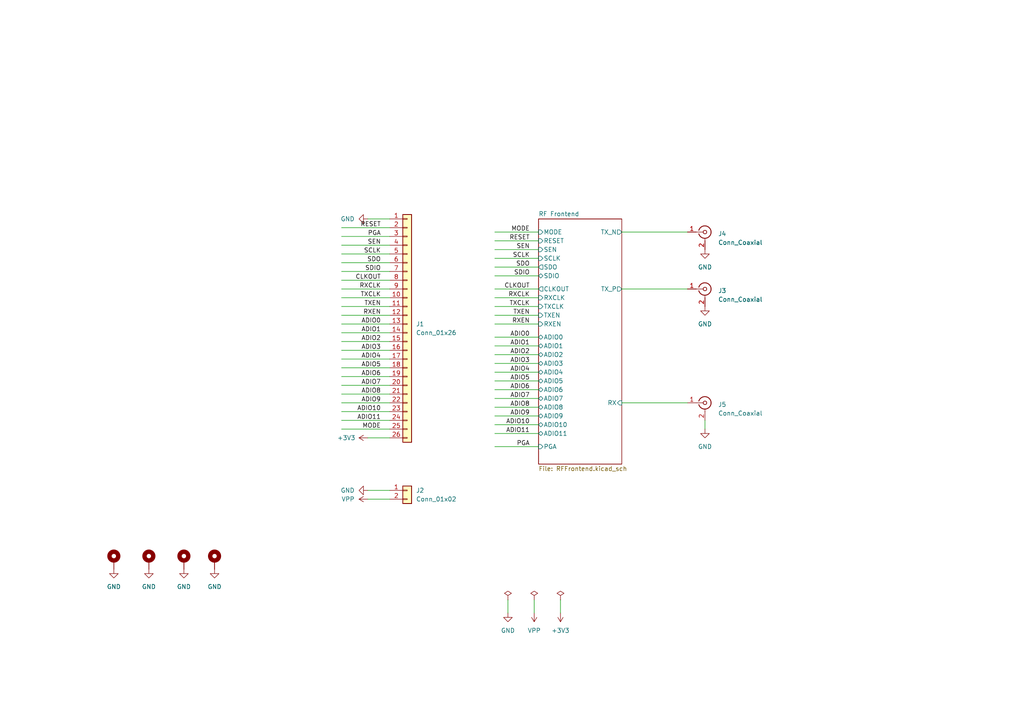
<source format=kicad_sch>
(kicad_sch (version 20210621) (generator eeschema)
  (paper "A4")
  (title_block (title "TRX Brass") (date "2021-09-02") (rev "1.0") (company "R1CBU") (comment 1 "Based on Hermes-Lite"))
  (lib_symbols
    (symbol "Connector:Conn_Coaxial" (pin_names (offset 1.016) hide)
      (property "Reference" "J" (at 0.254 3.048 0))
      (property "Value" "Conn_Coaxial" (at 2.921 0 90))
      (symbol "Conn_Coaxial_0_1"
        (arc (start -1.778 0.508) (end 1.778 0) (radius (at -0.0508 0) (length 1.8034) (angles 163.6 0)) (stroke (width 0.254)))
        (arc (start 1.778 0) (end -1.778 -0.508) (radius (at -0.0254 0) (length 1.8034) (angles 0 -163.8)) (stroke (width 0.254)))
        (circle (center 0 0) (radius 0.508) (stroke (width 0.2032)))
        (polyline (pts (xy -2.54 0) (xy -0.508 0)))
        (polyline (pts (xy 0 -2.54) (xy 0 -1.778)))
      )
      (symbol "Conn_Coaxial_1_1"
        (pin passive line (at -5.08 0 0) (length 2.54) (name "In") (number "1"))
        (pin passive line (at 0 -5.08 90) (length 2.54) (name "Ext") (number "2"))
      )
    )
    (symbol "Connector_Generic:Conn_01x02" (pin_names (offset 1.016) hide)
      (property "Reference" "J" (at 0 2.54 0))
      (property "Value" "Conn_01x02" (at 0 -5.08 0))
      (symbol "Conn_01x02_1_1"
        (rectangle (start -1.27 -2.413) (end 0 -2.667) (stroke (width 0.1524)))
        (rectangle (start -1.27 0.127) (end 0 -0.127) (stroke (width 0.1524)))
        (rectangle (start -1.27 1.27) (end 1.27 -3.81) (stroke (width 0.254)) (fill (type background)))
        (pin passive line (at -5.08 0 0) (length 3.81) (name "Pin_1") (number "1"))
        (pin passive line (at -5.08 -2.54 0) (length 3.81) (name "Pin_2") (number "2"))
      )
    )
    (symbol "Connector_Generic:Conn_01x26" (pin_names (offset 1.016) hide)
      (property "Reference" "J" (at 0 33.02 0))
      (property "Value" "Conn_01x26" (at 0 -35.56 0))
      (symbol "Conn_01x26_1_1"
        (rectangle (start -1.27 -32.893) (end 0 -33.147) (stroke (width 0.1524)))
        (rectangle (start -1.27 -30.353) (end 0 -30.607) (stroke (width 0.1524)))
        (rectangle (start -1.27 -27.813) (end 0 -28.067) (stroke (width 0.1524)))
        (rectangle (start -1.27 -25.273) (end 0 -25.527) (stroke (width 0.1524)))
        (rectangle (start -1.27 -22.733) (end 0 -22.987) (stroke (width 0.1524)))
        (rectangle (start -1.27 -20.193) (end 0 -20.447) (stroke (width 0.1524)))
        (rectangle (start -1.27 -17.653) (end 0 -17.907) (stroke (width 0.1524)))
        (rectangle (start -1.27 -15.113) (end 0 -15.367) (stroke (width 0.1524)))
        (rectangle (start -1.27 -12.573) (end 0 -12.827) (stroke (width 0.1524)))
        (rectangle (start -1.27 -10.033) (end 0 -10.287) (stroke (width 0.1524)))
        (rectangle (start -1.27 -7.493) (end 0 -7.747) (stroke (width 0.1524)))
        (rectangle (start -1.27 -4.953) (end 0 -5.207) (stroke (width 0.1524)))
        (rectangle (start -1.27 -2.413) (end 0 -2.667) (stroke (width 0.1524)))
        (rectangle (start -1.27 0.127) (end 0 -0.127) (stroke (width 0.1524)))
        (rectangle (start -1.27 2.667) (end 0 2.413) (stroke (width 0.1524)))
        (rectangle (start -1.27 5.207) (end 0 4.953) (stroke (width 0.1524)))
        (rectangle (start -1.27 7.747) (end 0 7.493) (stroke (width 0.1524)))
        (rectangle (start -1.27 10.287) (end 0 10.033) (stroke (width 0.1524)))
        (rectangle (start -1.27 12.827) (end 0 12.573) (stroke (width 0.1524)))
        (rectangle (start -1.27 15.367) (end 0 15.113) (stroke (width 0.1524)))
        (rectangle (start -1.27 17.907) (end 0 17.653) (stroke (width 0.1524)))
        (rectangle (start -1.27 20.447) (end 0 20.193) (stroke (width 0.1524)))
        (rectangle (start -1.27 22.987) (end 0 22.733) (stroke (width 0.1524)))
        (rectangle (start -1.27 25.527) (end 0 25.273) (stroke (width 0.1524)))
        (rectangle (start -1.27 28.067) (end 0 27.813) (stroke (width 0.1524)))
        (rectangle (start -1.27 30.607) (end 0 30.353) (stroke (width 0.1524)))
        (rectangle (start -1.27 31.75) (end 1.27 -34.29) (stroke (width 0.254)) (fill (type background)))
        (pin passive line (at -5.08 30.48 0) (length 3.81) (name "Pin_1") (number "1"))
        (pin passive line (at -5.08 7.62 0) (length 3.81) (name "Pin_10") (number "10"))
        (pin passive line (at -5.08 5.08 0) (length 3.81) (name "Pin_11") (number "11"))
        (pin passive line (at -5.08 2.54 0) (length 3.81) (name "Pin_12") (number "12"))
        (pin passive line (at -5.08 0 0) (length 3.81) (name "Pin_13") (number "13"))
        (pin passive line (at -5.08 -2.54 0) (length 3.81) (name "Pin_14") (number "14"))
        (pin passive line (at -5.08 -5.08 0) (length 3.81) (name "Pin_15") (number "15"))
        (pin passive line (at -5.08 -7.62 0) (length 3.81) (name "Pin_16") (number "16"))
        (pin passive line (at -5.08 -10.16 0) (length 3.81) (name "Pin_17") (number "17"))
        (pin passive line (at -5.08 -12.7 0) (length 3.81) (name "Pin_18") (number "18"))
        (pin passive line (at -5.08 -15.24 0) (length 3.81) (name "Pin_19") (number "19"))
        (pin passive line (at -5.08 27.94 0) (length 3.81) (name "Pin_2") (number "2"))
        (pin passive line (at -5.08 -17.78 0) (length 3.81) (name "Pin_20") (number "20"))
        (pin passive line (at -5.08 -20.32 0) (length 3.81) (name "Pin_21") (number "21"))
        (pin passive line (at -5.08 -22.86 0) (length 3.81) (name "Pin_22") (number "22"))
        (pin passive line (at -5.08 -25.4 0) (length 3.81) (name "Pin_23") (number "23"))
        (pin passive line (at -5.08 -27.94 0) (length 3.81) (name "Pin_24") (number "24"))
        (pin passive line (at -5.08 -30.48 0) (length 3.81) (name "Pin_25") (number "25"))
        (pin passive line (at -5.08 -33.02 0) (length 3.81) (name "Pin_26") (number "26"))
        (pin passive line (at -5.08 25.4 0) (length 3.81) (name "Pin_3") (number "3"))
        (pin passive line (at -5.08 22.86 0) (length 3.81) (name "Pin_4") (number "4"))
        (pin passive line (at -5.08 20.32 0) (length 3.81) (name "Pin_5") (number "5"))
        (pin passive line (at -5.08 17.78 0) (length 3.81) (name "Pin_6") (number "6"))
        (pin passive line (at -5.08 15.24 0) (length 3.81) (name "Pin_7") (number "7"))
        (pin passive line (at -5.08 12.7 0) (length 3.81) (name "Pin_8") (number "8"))
        (pin passive line (at -5.08 10.16 0) (length 3.81) (name "Pin_9") (number "9"))
      )
    )
    (symbol "Mechanical:MountingHole_Pad" (pin_numbers hide) (pin_names (offset 1.016) hide)
      (property "Reference" "H" (at 0 6.35 0))
      (property "Value" "MountingHole_Pad" (at 0 4.445 0))
      (symbol "MountingHole_Pad_0_1"
        (circle (center 0 1.27) (radius 1.27) (stroke (width 1.27)))
      )
      (symbol "MountingHole_Pad_1_1"
        (pin input line (at 0 -2.54 90) (length 2.54) (name "1") (number "1"))
      )
    )
    (symbol "power:+3V3" (power) (pin_names (offset 0))
      (property "Value" "+3V3" (at 0 3.556 0))
      (symbol "+3V3_0_1"
        (polyline (pts (xy -0.762 1.27) (xy 0 2.54)))
        (polyline (pts (xy 0 0) (xy 0 2.54)))
        (polyline (pts (xy 0 2.54) (xy 0.762 1.27)))
      )
      (symbol "+3V3_1_1"
        (pin power_in line (at 0 0 90) (length 0) hide (name "+3V3") (number "1"))
      )
    )
    (symbol "power:GND" (power) (pin_names (offset 0))
      (property "Value" "GND" (at 0 -3.81 0))
      (symbol "GND_0_1"
        (polyline (pts (xy 0 0) (xy 0 -1.27) (xy 1.27 -1.27) (xy 0 -2.54) (xy -1.27 -1.27) (xy 0 -1.27)))
      )
      (symbol "GND_1_1"
        (pin power_in line (at 0 0 270) (length 0) hide (name "GND") (number "1"))
      )
    )
    (symbol "power:PWR_FLAG" (power) (pin_numbers hide) (pin_names (offset 0) hide)
      (property "Value" "PWR_FLAG" (at 0 3.81 0))
      (symbol "PWR_FLAG_0_0"
        (pin power_out line (at 0 0 90) (length 0) (name "pwr") (number "1"))
      )
      (symbol "PWR_FLAG_0_1"
        (polyline (pts (xy 0 0) (xy 0 1.27) (xy -1.016 1.905) (xy 0 2.54) (xy 1.016 1.905) (xy 0 1.27)))
      )
    )
    (symbol "power:VPP" (power) (pin_names (offset 0))
      (property "Value" "VPP" (at 0 3.81 0))
      (symbol "VPP_0_1"
        (polyline (pts (xy -0.762 1.27) (xy 0 2.54)))
        (polyline (pts (xy 0 0) (xy 0 2.54)))
        (polyline (pts (xy 0 2.54) (xy 0.762 1.27)))
      )
      (symbol "VPP_1_1"
        (pin power_in line (at 0 0 90) (length 0) hide (name "VPP") (number "1"))
      )
    )
  )
  (wire (pts (xy 113.03 63.5) (xy 106.68 63.5)))
  (wire (pts (xy 113.03 66.04) (xy 99.06 66.04)))
  (wire (pts (xy 113.03 68.58) (xy 99.06 68.58)))
  (wire (pts (xy 113.03 71.12) (xy 99.06 71.12)))
  (wire (pts (xy 113.03 73.66) (xy 99.06 73.66)))
  (wire (pts (xy 113.03 76.2) (xy 99.06 76.2)))
  (wire (pts (xy 113.03 78.74) (xy 99.06 78.74)))
  (wire (pts (xy 113.03 81.28) (xy 99.06 81.28)))
  (wire (pts (xy 113.03 83.82) (xy 99.06 83.82)))
  (wire (pts (xy 113.03 86.36) (xy 99.06 86.36)))
  (wire (pts (xy 113.03 88.9) (xy 99.06 88.9)))
  (wire (pts (xy 113.03 91.44) (xy 99.06 91.44)))
  (wire (pts (xy 113.03 93.98) (xy 99.06 93.98)))
  (wire (pts (xy 113.03 96.52) (xy 99.06 96.52)))
  (wire (pts (xy 113.03 99.06) (xy 99.06 99.06)))
  (wire (pts (xy 113.03 101.6) (xy 99.06 101.6)))
  (wire (pts (xy 113.03 104.14) (xy 99.06 104.14)))
  (wire (pts (xy 113.03 106.68) (xy 99.06 106.68)))
  (wire (pts (xy 113.03 109.22) (xy 99.06 109.22)))
  (wire (pts (xy 113.03 111.76) (xy 99.06 111.76)))
  (wire (pts (xy 113.03 114.3) (xy 99.06 114.3)))
  (wire (pts (xy 113.03 116.84) (xy 99.06 116.84)))
  (wire (pts (xy 113.03 119.38) (xy 99.06 119.38)))
  (wire (pts (xy 113.03 121.92) (xy 99.06 121.92)))
  (wire (pts (xy 113.03 124.46) (xy 99.06 124.46)))
  (wire (pts (xy 113.03 127) (xy 106.68 127)))
  (wire (pts (xy 113.03 142.24) (xy 106.68 142.24)))
  (wire (pts (xy 113.03 144.78) (xy 106.68 144.78)))
  (wire (pts (xy 143.51 67.31) (xy 156.21 67.31)))
  (wire (pts (xy 143.51 69.85) (xy 156.21 69.85)))
  (wire (pts (xy 143.51 72.39) (xy 156.21 72.39)))
  (wire (pts (xy 143.51 74.93) (xy 156.21 74.93)))
  (wire (pts (xy 143.51 77.47) (xy 156.21 77.47)))
  (wire (pts (xy 143.51 80.01) (xy 156.21 80.01)))
  (wire (pts (xy 143.51 83.82) (xy 156.21 83.82)))
  (wire (pts (xy 143.51 86.36) (xy 156.21 86.36)))
  (wire (pts (xy 143.51 88.9) (xy 156.21 88.9)))
  (wire (pts (xy 143.51 91.44) (xy 156.21 91.44)))
  (wire (pts (xy 143.51 93.98) (xy 156.21 93.98)))
  (wire (pts (xy 143.51 97.79) (xy 156.21 97.79)))
  (wire (pts (xy 143.51 100.33) (xy 156.21 100.33)))
  (wire (pts (xy 143.51 102.87) (xy 156.21 102.87)))
  (wire (pts (xy 143.51 105.41) (xy 156.21 105.41)))
  (wire (pts (xy 143.51 107.95) (xy 156.21 107.95)))
  (wire (pts (xy 143.51 110.49) (xy 156.21 110.49)))
  (wire (pts (xy 143.51 113.03) (xy 156.21 113.03)))
  (wire (pts (xy 143.51 115.57) (xy 156.21 115.57)))
  (wire (pts (xy 143.51 118.11) (xy 156.21 118.11)))
  (wire (pts (xy 143.51 120.65) (xy 156.21 120.65)))
  (wire (pts (xy 143.51 123.19) (xy 156.21 123.19)))
  (wire (pts (xy 143.51 125.73) (xy 156.21 125.73)))
  (wire (pts (xy 143.51 129.54) (xy 156.21 129.54)))
  (wire (pts (xy 147.32 173.99) (xy 147.32 177.8)))
  (wire (pts (xy 154.94 173.99) (xy 154.94 177.8)))
  (wire (pts (xy 162.56 173.99) (xy 162.56 177.8)))
  (wire (pts (xy 180.34 67.31) (xy 199.39 67.31)))
  (wire (pts (xy 180.34 83.82) (xy 199.39 83.82)))
  (wire (pts (xy 180.34 116.84) (xy 199.39 116.84)))
  (wire (pts (xy 204.47 121.92) (xy 204.47 124.46)))
  (label "RESET" (at 110.49 66.04 180))
  (label "PGA" (at 110.49 68.58 180))
  (label "SEN" (at 110.49 71.12 180))
  (label "SCLK" (at 110.49 73.66 180))
  (label "SDO" (at 110.49 76.2 180))
  (label "SDIO" (at 110.49 78.74 180))
  (label "CLKOUT" (at 110.49 81.28 180))
  (label "RXCLK" (at 110.49 83.82 180))
  (label "TXCLK" (at 110.49 86.36 180))
  (label "TXEN" (at 110.49 88.9 180))
  (label "RXEN" (at 110.49 91.44 180))
  (label "ADIO0" (at 110.49 93.98 180))
  (label "ADIO1" (at 110.49 96.52 180))
  (label "ADIO2" (at 110.49 99.06 180))
  (label "ADIO3" (at 110.49 101.6 180))
  (label "ADIO4" (at 110.49 104.14 180))
  (label "ADIO5" (at 110.49 106.68 180))
  (label "ADIO6" (at 110.49 109.22 180))
  (label "ADIO7" (at 110.49 111.76 180))
  (label "ADIO8" (at 110.49 114.3 180))
  (label "ADIO9" (at 110.49 116.84 180))
  (label "ADIO10" (at 110.49 119.38 180))
  (label "ADIO11" (at 110.49 121.92 180))
  (label "MODE" (at 110.49 124.46 180))
  (label "MODE" (at 153.67 67.31 180))
  (label "RESET" (at 153.67 69.85 180))
  (label "SEN" (at 153.67 72.39 180))
  (label "SCLK" (at 153.67 74.93 180))
  (label "SDO" (at 153.67 77.47 180))
  (label "SDIO" (at 153.67 80.01 180))
  (label "CLKOUT" (at 153.67 83.82 180))
  (label "RXCLK" (at 153.67 86.36 180))
  (label "TXCLK" (at 153.67 88.9 180))
  (label "TXEN" (at 153.67 91.44 180))
  (label "RXEN" (at 153.67 93.98 180))
  (label "ADIO0" (at 153.67 97.79 180))
  (label "ADIO1" (at 153.67 100.33 180))
  (label "ADIO2" (at 153.67 102.87 180))
  (label "ADIO3" (at 153.67 105.41 180))
  (label "ADIO4" (at 153.67 107.95 180))
  (label "ADIO5" (at 153.67 110.49 180))
  (label "ADIO6" (at 153.67 113.03 180))
  (label "ADIO7" (at 153.67 115.57 180))
  (label "ADIO8" (at 153.67 118.11 180))
  (label "ADIO9" (at 153.67 120.65 180))
  (label "ADIO10" (at 153.67 123.19 180))
  (label "ADIO11" (at 153.67 125.73 180))
  (label "PGA" (at 153.67 129.54 180))
  (symbol (lib_id "power:+3V3") (at 106.68 127 90) (unit 1)
    (property "Reference" "#PWR01" (effects hide))
    (property "Value" "+3V3" (at 97.79 126.9999 90) (effects (justify right)))
  )
  (symbol (lib_id "power:VPP") (at 106.68 144.78 90) (unit 1)
    (property "Reference" "#PWR02" (effects hide))
    (property "Value" "VPP" (at 102.87 144.7801 90) (effects (justify left)))
  )
  (symbol (lib_id "power:VPP") (at 154.94 177.8 180) (unit 1)
    (property "Reference" "#PWR05" (effects hide))
    (property "Value" "VPP" (at 154.94 182.88 0))
  )
  (symbol (lib_id "power:+3V3") (at 162.56 177.8 180) (unit 1)
    (property "Reference" "#PWR06" (effects hide))
    (property "Value" "+3V3" (at 162.56 182.88 0))
  )
  (symbol (lib_id "power:PWR_FLAG") (at 147.32 173.99 0) (unit 1)
    (property "Reference" "#FLG01" (effects hide))
    (property "Value" "PWR_FLAG" (effects hide))
  )
  (symbol (lib_id "power:PWR_FLAG") (at 154.94 173.99 0) (unit 1)
    (property "Reference" "#FLG02" (effects hide))
    (property "Value" "PWR_FLAG" (effects hide))
  )
  (symbol (lib_id "power:PWR_FLAG") (at 162.56 173.99 0) (unit 1)
    (property "Reference" "#FLG03" (effects hide))
    (property "Value" "PWR_FLAG" (effects hide))
  )
  (symbol (lib_id "power:GND") (at 33.02 165.1 0) (unit 1)
    (property "Reference" "#PWR032" (effects hide))
    (property "Value" "GND" (at 33.02 170.18 0))
  )
  (symbol (lib_id "power:GND") (at 43.18 165.1 0) (unit 1)
    (property "Reference" "#PWR033" (effects hide))
    (property "Value" "GND" (at 43.18 170.18 0))
  )
  (symbol (lib_id "power:GND") (at 53.34 165.1 0) (unit 1)
    (property "Reference" "#PWR034" (effects hide))
    (property "Value" "GND" (at 53.34 170.18 0))
  )
  (symbol (lib_id "power:GND") (at 62.23 165.1 0) (unit 1)
    (property "Reference" "#PWR035" (effects hide))
    (property "Value" "GND" (at 62.23 170.18 0))
  )
  (symbol (lib_id "power:GND") (at 106.68 63.5 270) (unit 1)
    (property "Reference" "#PWR03" (effects hide))
    (property "Value" "GND" (at 102.87 63.5001 90) (effects (justify right)))
  )
  (symbol (lib_id "power:GND") (at 106.68 142.24 270) (unit 1)
    (property "Reference" "#PWR?" (effects hide))
    (property "Value" "GND" (at 102.87 142.2401 90) (effects (justify right)))
  )
  (symbol (lib_id "power:GND") (at 147.32 177.8 0) (unit 1)
    (property "Reference" "#PWR04" (effects hide))
    (property "Value" "GND" (at 147.32 182.88 0))
  )
  (symbol (lib_id "power:GND") (at 204.47 72.39 0) (unit 1)
    (property "Reference" "#PWR07" (effects hide))
    (property "Value" "GND" (at 204.47 77.47 0))
  )
  (symbol (lib_id "power:GND") (at 204.47 88.9 0) (unit 1)
    (property "Reference" "#PWR08" (effects hide))
    (property "Value" "GND" (at 204.47 93.98 0))
  )
  (symbol (lib_id "power:GND") (at 204.47 124.46 0) (unit 1)
    (property "Reference" "#PWR09" (effects hide))
    (property "Value" "GND" (at 204.47 129.54 0))
  )
  (symbol (lib_id "Mechanical:MountingHole_Pad") (at 33.02 162.56 0) (unit 1)
    (property "Reference" "H1" (effects hide))
    (property "Value" "MountingHole_Pad" (effects hide))
    (property "Footprint" "MountingHole:MountingHole_3.2mm_M3_DIN965_Pad" (effects hide))
  )
  (symbol (lib_id "Mechanical:MountingHole_Pad") (at 43.18 162.56 0) (unit 1)
    (property "Reference" "H2" (effects hide))
    (property "Value" "MountingHole_Pad" (effects hide))
    (property "Footprint" "MountingHole:MountingHole_3.2mm_M3_DIN965_Pad" (effects hide))
  )
  (symbol (lib_id "Mechanical:MountingHole_Pad") (at 53.34 162.56 0) (unit 1)
    (property "Reference" "H3" (effects hide))
    (property "Value" "MountingHole_Pad" (effects hide))
    (property "Footprint" "MountingHole:MountingHole_3.2mm_M3_DIN965_Pad" (effects hide))
  )
  (symbol (lib_id "Mechanical:MountingHole_Pad") (at 62.23 162.56 0) (unit 1)
    (property "Reference" "H4" (effects hide))
    (property "Value" "MountingHole_Pad" (effects hide))
    (property "Footprint" "MountingHole:MountingHole_3.2mm_M3_DIN965_Pad" (effects hide))
  )
  (symbol (lib_id "Connector_Generic:Conn_01x02") (at 118.11 142.24 0) (unit 1)
    (property "Reference" "J2" (at 120.65 142.2399 0) (effects (justify left)))
    (property "Value" "Conn_01x02" (at 120.65 144.7799 0) (effects (justify left)))
    (property "Footprint" "Connector_PinHeader_2.54mm:PinHeader_1x02_P2.54mm_Vertical" (effects hide))
  )
  (symbol (lib_id "Connector:Conn_Coaxial") (at 204.47 67.31 0) (unit 1)
    (property "Reference" "J4" (at 208.28 67.8052 0) (effects (justify left)))
    (property "Value" "Conn_Coaxial" (at 208.28 70.3452 0) (effects (justify left)))
    (property "Footprint" "Connector_Coaxial:U.FL_Hirose_U.FL-R-SMT-1_Vertical" (effects hide))
    (property "Datasheet" " ~" (effects hide))
  )
  (symbol (lib_id "Connector:Conn_Coaxial") (at 204.47 83.82 0) (unit 1)
    (property "Reference" "J3" (at 208.28 84.3152 0) (effects (justify left)))
    (property "Value" "Conn_Coaxial" (at 208.28 86.8552 0) (effects (justify left)))
    (property "Footprint" "Connector_Coaxial:U.FL_Hirose_U.FL-R-SMT-1_Vertical" (effects hide))
    (property "Datasheet" " ~" (effects hide))
  )
  (symbol (lib_id "Connector:Conn_Coaxial") (at 204.47 116.84 0) (unit 1)
    (property "Reference" "J5" (at 208.28 117.3352 0) (effects (justify left)))
    (property "Value" "Conn_Coaxial" (at 208.28 119.8752 0) (effects (justify left)))
    (property "Footprint" "Connector_Coaxial:U.FL_Hirose_U.FL-R-SMT-1_Vertical" (effects hide))
    (property "Datasheet" " ~" (effects hide))
  )
  (symbol (lib_id "Connector_Generic:Conn_01x26") (at 118.11 93.98 0) (unit 1)
    (property "Reference" "J1" (at 120.65 93.9799 0) (effects (justify left)))
    (property "Value" "Conn_01x26" (at 120.65 96.5199 0) (effects (justify left)))
    (property "Footprint" "Connector_PinHeader_2.54mm:PinHeader_2x13_P2.54mm_Vertical" (effects hide))
  )
  (sheet (at 156.21 63.5) (size 24.13 71.12)
    (property "Sheet name" "RF Frontend" (at 156.21 62.7884 0) (effects (justify left bottom)))
    (property "Sheet file" "RFFrontend.kicad_sch" (at 156.21 135.2046 0) (effects (justify left top)))
    (pin "TX_N" output (at 180.34 67.31 0))
    (pin "RX" input (at 180.34 116.84 0))
    (pin "TX_P" output (at 180.34 83.82 0))
    (pin "RXEN" input (at 156.21 93.98 180))
    (pin "RXCLK" input (at 156.21 86.36 180))
    (pin "TXCLK" input (at 156.21 88.9 180))
    (pin "TXEN" input (at 156.21 91.44 180))
    (pin "CLKOUT" output (at 156.21 83.82 180))
    (pin "SDIO" bidirectional (at 156.21 80.01 180))
    (pin "ADIO3" bidirectional (at 156.21 105.41 180))
    (pin "ADIO0" bidirectional (at 156.21 97.79 180))
    (pin "ADIO1" bidirectional (at 156.21 100.33 180))
    (pin "ADIO2" bidirectional (at 156.21 102.87 180))
    (pin "ADIO4" bidirectional (at 156.21 107.95 180))
    (pin "ADIO5" bidirectional (at 156.21 110.49 180))
    (pin "ADIO6" bidirectional (at 156.21 113.03 180))
    (pin "RESET" input (at 156.21 69.85 180))
    (pin "SEN" input (at 156.21 72.39 180))
    (pin "SCLK" input (at 156.21 74.93 180))
    (pin "MODE" input (at 156.21 67.31 180))
    (pin "SDO" output (at 156.21 77.47 180))
    (pin "ADIO8" bidirectional (at 156.21 118.11 180))
    (pin "ADIO9" bidirectional (at 156.21 120.65 180))
    (pin "ADIO10" bidirectional (at 156.21 123.19 180))
    (pin "ADIO11" bidirectional (at 156.21 125.73 180))
    (pin "ADIO7" bidirectional (at 156.21 115.57 180))
    (pin "PGA" input (at 156.21 129.54 180))
  )
)
</source>
